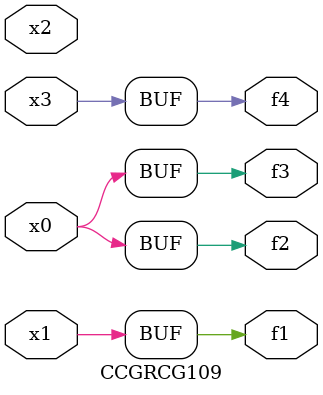
<source format=v>
module CCGRCG109(
	input x0, x1, x2, x3,
	output f1, f2, f3, f4
);
	assign f1 = x1;
	assign f2 = x0;
	assign f3 = x0;
	assign f4 = x3;
endmodule

</source>
